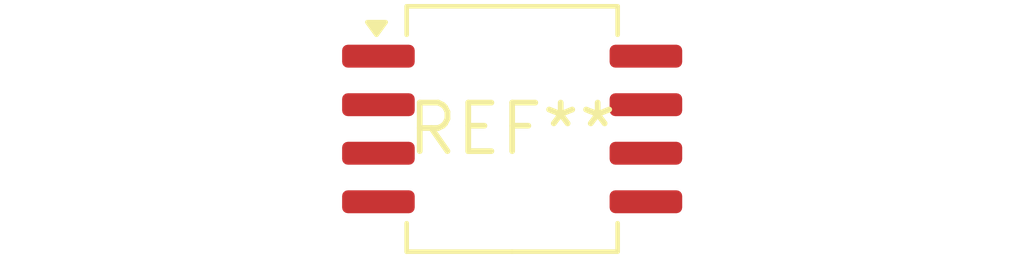
<source format=kicad_pcb>
(kicad_pcb (version 20240108) (generator pcbnew)
  (layers (0 "F.Cu" signal) (31 "B.Cu" signal) (34 "B.Paste" user) (35 "F.Paste" user) (36 "B.SilkS" user "B.Silkscreen") (37 "F.SilkS" user "F.Silkscreen") (38 "B.Mask" user) (39 "F.Mask" user) (44 "Edge.Cuts" user))
  (net 0 "")
  (footprint "SO-8_5.3x6.2mm_P1.27mm" (layer "F.Cu") (at 0 0)
    (property "Reference" "REF**")
    (property "Value" "SO-8_5.3x6.2mm_P1.27mm")
    (fp_line (start -2.76 -3.21) (end -2.76 -2.465) (layer "F.SilkS") (stroke (width 0.12)))
    (fp_line (start -2.76 3.21) (end -2.76 2.465) (layer "F.SilkS") (stroke (width 0.12)))
    (fp_line (start 0 -3.21) (end -2.76 -3.21) (layer "F.SilkS") (stroke (width 0.12)))
    (fp_line (start 0 -3.21) (end 2.76 -3.21) (layer "F.SilkS") (stroke (width 0.12)))
    (fp_line (start 0 3.21) (end -2.76 3.21) (layer "F.SilkS") (stroke (width 0.12)))
    (fp_line (start 0 3.21) (end 2.76 3.21) (layer "F.SilkS") (stroke (width 0.12)))
    (fp_line (start 2.76 -3.21) (end 2.76 -2.465) (layer "F.SilkS") (stroke (width 0.12)))
    (fp_line (start 2.76 3.21) (end 2.76 2.465) (layer "F.SilkS") (stroke (width 0.12)))
    (fp_poly (pts (xy -3.55 -2.465) (xy -3.79 -2.795) (xy -3.31 -2.795) (xy -3.55 -2.465)) (layer "F.SilkS") (stroke (width 0.12)) (fill solid))
    (pad "1" smd roundrect (at -3.5 -1.905) (size 1.9 0.6) (layers "F.Cu" "F.Paste" "F.Mask"))
    (pad "2" smd roundrect (at -3.5 -0.635) (size 1.9 0.6) (layers "F.Cu" "F.Paste" "F.Mask"))
    (pad "3" smd roundrect (at -3.5 0.635) (size 1.9 0.6) (layers "F.Cu" "F.Paste" "F.Mask"))
    (pad "4" smd roundrect (at -3.5 1.905) (size 1.9 0.6) (layers "F.Cu" "F.Paste" "F.Mask"))
    (pad "5" smd roundrect (at 3.5 1.905) (size 1.9 0.6) (layers "F.Cu" "F.Paste" "F.Mask"))
    (pad "6" smd roundrect (at 3.5 0.635) (size 1.9 0.6) (layers "F.Cu" "F.Paste" "F.Mask"))
    (pad "7" smd roundrect (at 3.5 -0.635) (size 1.9 0.6) (layers "F.Cu" "F.Paste" "F.Mask"))
    (pad "8" smd roundrect (at 3.5 -1.905) (size 1.9 0.6) (layers "F.Cu" "F.Paste" "F.Mask"))
  )
)
</source>
